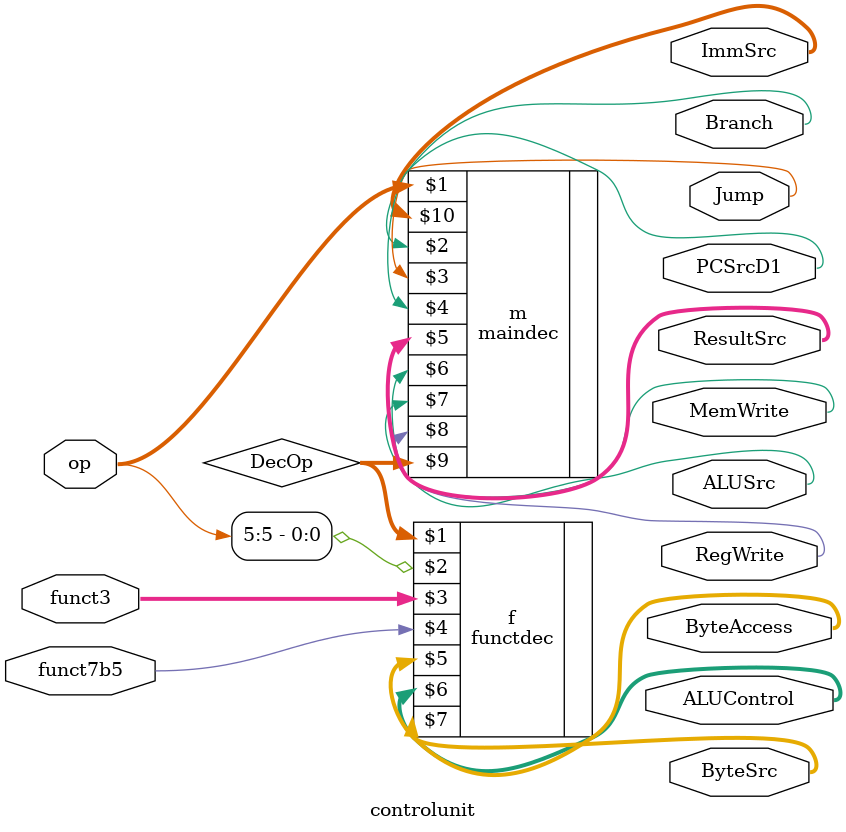
<source format=sv>
module controlunit (input  logic [6:0] op,
                    input  logic [2:0] funct3,
                    input  logic       funct7b5,
                    output logic       PCSrcD1,
                    output logic       Branch, Jump,
                    output logic [2:0] ResultSrc,
                    output logic       MemWrite,
                    output logic       ALUSrc,
                    output logic       RegWrite,
                    output logic [1:0] ByteAccess,
                    output logic [3:0] ALUControl,
                    output logic [2:0] ByteSrc,
                    output logic [2:0] ImmSrc
                    );
                    
logic [1:0] DecOp;

                    
maindec  m(op, Branch, Jump, PCSrcD1, ResultSrc, MemWrite, ALUSrc,
          RegWrite, DecOp, ImmSrc);
          
functdec f(DecOp, op[5], funct3, funct7b5, ByteAccess,
           ALUControl, ByteSrc);
           


endmodule
</source>
